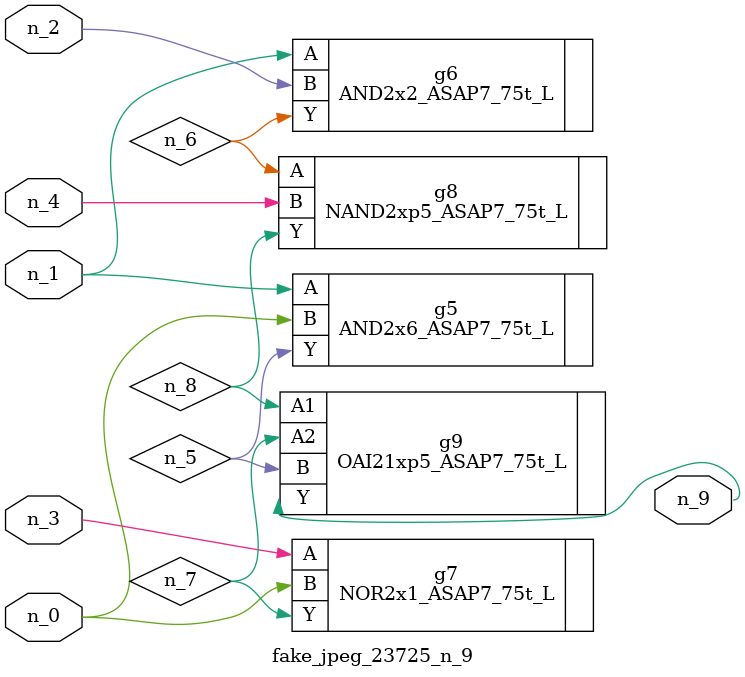
<source format=v>
module fake_jpeg_23725_n_9 (n_3, n_2, n_1, n_0, n_4, n_9);

input n_3;
input n_2;
input n_1;
input n_0;
input n_4;

output n_9;

wire n_8;
wire n_6;
wire n_5;
wire n_7;

AND2x6_ASAP7_75t_L g5 ( 
.A(n_1),
.B(n_0),
.Y(n_5)
);

AND2x2_ASAP7_75t_L g6 ( 
.A(n_1),
.B(n_2),
.Y(n_6)
);

NOR2x1_ASAP7_75t_L g7 ( 
.A(n_3),
.B(n_0),
.Y(n_7)
);

NAND2xp5_ASAP7_75t_L g8 ( 
.A(n_6),
.B(n_4),
.Y(n_8)
);

OAI21xp5_ASAP7_75t_L g9 ( 
.A1(n_8),
.A2(n_7),
.B(n_5),
.Y(n_9)
);


endmodule
</source>
